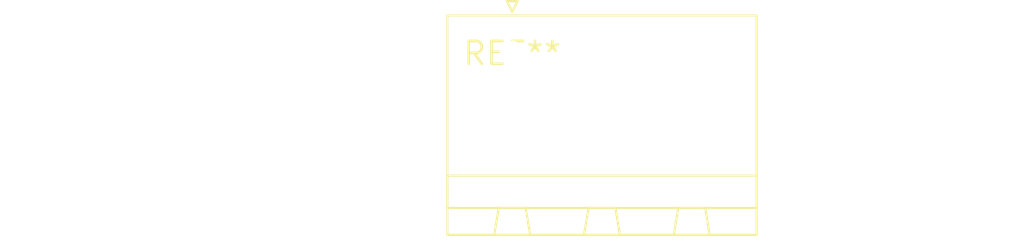
<source format=kicad_pcb>
(kicad_pcb (version 20240108) (generator pcbnew)
  (layers (0 "F.Cu" signal) (31 "B.Cu" signal) (34 "B.Paste" user) (35 "F.Paste" user) (36 "B.SilkS" user "B.Silkscreen") (37 "F.SilkS" user "F.Silkscreen") (38 "B.Mask" user) (39 "F.Mask" user) (44 "Edge.Cuts" user))
  (net 0 "")
  (footprint "PhoenixContact_MSTBA_2,5_3-G_1x03_P5.00mm_Horizontal" (layer "F.Cu") (at 0 0)
    (property "Reference" "REF**")
    (property "Value" "PhoenixContact_MSTBA_2,5_3-G_1x03_P5.00mm_Horizontal")
    (fp_line (start -3.61 -2.11) (end -3.61 10.11) (layer "F.SilkS") (stroke (width 0.12)))
    (fp_line (start -3.61 6.81) (end 13.61 6.81) (layer "F.SilkS") (stroke (width 0.12)))
    (fp_line (start -3.61 8.61) (end -3.61 6.81) (layer "F.SilkS") (stroke (width 0.12)))
    (fp_line (start -3.61 10.11) (end 13.61 10.11) (layer "F.SilkS") (stroke (width 0.12)))
    (fp_line (start -1 10.11) (end 1 10.11) (layer "F.SilkS") (stroke (width 0.12)))
    (fp_line (start -0.75 8.61) (end -1 10.11) (layer "F.SilkS") (stroke (width 0.12)))
    (fp_line (start -0.3 -2.91) (end 0.3 -2.91) (layer "F.SilkS") (stroke (width 0.12)))
    (fp_line (start 0 -2.31) (end -0.3 -2.91) (layer "F.SilkS") (stroke (width 0.12)))
    (fp_line (start 0.3 -2.91) (end 0 -2.31) (layer "F.SilkS") (stroke (width 0.12)))
    (fp_line (start 0.75 8.61) (end -0.75 8.61) (layer "F.SilkS") (stroke (width 0.12)))
    (fp_line (start 1 10.11) (end 0.75 8.61) (layer "F.SilkS") (stroke (width 0.12)))
    (fp_line (start 4 10.11) (end 6 10.11) (layer "F.SilkS") (stroke (width 0.12)))
    (fp_line (start 4.25 8.61) (end 4 10.11) (layer "F.SilkS") (stroke (width 0.12)))
    (fp_line (start 5.75 8.61) (end 4.25 8.61) (layer "F.SilkS") (stroke (width 0.12)))
    (fp_line (start 6 10.11) (end 5.75 8.61) (layer "F.SilkS") (stroke (width 0.12)))
    (fp_line (start 9 10.11) (end 11 10.11) (layer "F.SilkS") (stroke (width 0.12)))
    (fp_line (start 9.25 8.61) (end 9 10.11) (layer "F.SilkS") (stroke (width 0.12)))
    (fp_line (start 10.75 8.61) (end 9.25 8.61) (layer "F.SilkS") (stroke (width 0.12)))
    (fp_line (start 11 10.11) (end 10.75 8.61) (layer "F.SilkS") (stroke (width 0.12)))
    (fp_line (start 13.61 -2.11) (end -3.61 -2.11) (layer "F.SilkS") (stroke (width 0.12)))
    (fp_line (start 13.61 6.81) (end 13.61 8.61) (layer "F.SilkS") (stroke (width 0.12)))
    (fp_line (start 13.61 8.61) (end -3.61 8.61) (layer "F.SilkS") (stroke (width 0.12)))
    (fp_line (start 13.61 10.11) (end 13.61 -2.11) (layer "F.SilkS") (stroke (width 0.12)))
    (pad "1" thru_hole roundrect (at 0 0) (size 2 3.6) (drill 1.4) (layers *.Cu *.Mask) (remove_unused_layers) (roundrect_rratio 0.125))
    (pad "2" thru_hole oval (at 5 0) (size 2 3.6) (drill 1.4) (layers *.Cu *.Mask) (remove_unused_layers))
    (pad "3" thru_hole oval (at 10 0) (size 2 3.6) (drill 1.4) (layers *.Cu *.Mask) (remove_unused_layers))
  )
)
</source>
